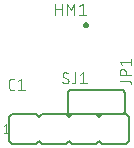
<source format=gbr>
G04 EAGLE Gerber X2 export*
G75*
%MOMM*%
%FSLAX34Y34*%
%LPD*%
%AMOC8*
5,1,8,0,0,1.08239X$1,22.5*%
G01*
%ADD10C,0.076200*%
%ADD11C,0.250000*%
%ADD12C,0.127000*%
%ADD13C,0.152400*%


D10*
X9458Y50781D02*
X7369Y50781D01*
X7280Y50783D01*
X7192Y50789D01*
X7104Y50798D01*
X7016Y50811D01*
X6929Y50828D01*
X6843Y50848D01*
X6758Y50873D01*
X6673Y50900D01*
X6590Y50932D01*
X6509Y50966D01*
X6429Y51005D01*
X6351Y51046D01*
X6274Y51091D01*
X6200Y51139D01*
X6127Y51190D01*
X6057Y51244D01*
X5990Y51302D01*
X5924Y51362D01*
X5862Y51424D01*
X5802Y51490D01*
X5744Y51557D01*
X5690Y51627D01*
X5639Y51700D01*
X5591Y51774D01*
X5546Y51851D01*
X5505Y51929D01*
X5466Y52009D01*
X5432Y52090D01*
X5400Y52173D01*
X5373Y52258D01*
X5348Y52343D01*
X5328Y52429D01*
X5311Y52516D01*
X5298Y52604D01*
X5289Y52692D01*
X5283Y52780D01*
X5281Y52869D01*
X5281Y58091D01*
X5283Y58182D01*
X5289Y58273D01*
X5299Y58364D01*
X5313Y58454D01*
X5330Y58543D01*
X5352Y58631D01*
X5378Y58719D01*
X5407Y58805D01*
X5440Y58890D01*
X5477Y58973D01*
X5517Y59055D01*
X5561Y59135D01*
X5608Y59213D01*
X5659Y59289D01*
X5712Y59362D01*
X5769Y59433D01*
X5830Y59502D01*
X5893Y59567D01*
X5958Y59630D01*
X6027Y59690D01*
X6098Y59748D01*
X6171Y59801D01*
X6247Y59852D01*
X6325Y59899D01*
X6405Y59943D01*
X6487Y59983D01*
X6570Y60020D01*
X6655Y60053D01*
X6741Y60082D01*
X6829Y60108D01*
X6917Y60130D01*
X7006Y60147D01*
X7096Y60161D01*
X7187Y60171D01*
X7278Y60177D01*
X7369Y60179D01*
X9458Y60179D01*
X12927Y58091D02*
X15537Y60179D01*
X15537Y50781D01*
X12927Y50781D02*
X18148Y50781D01*
D11*
X68750Y105900D02*
X68752Y105970D01*
X68758Y106040D01*
X68768Y106109D01*
X68781Y106178D01*
X68799Y106246D01*
X68820Y106313D01*
X68845Y106378D01*
X68874Y106442D01*
X68906Y106505D01*
X68942Y106565D01*
X68981Y106623D01*
X69023Y106679D01*
X69068Y106733D01*
X69116Y106784D01*
X69167Y106832D01*
X69221Y106877D01*
X69277Y106919D01*
X69335Y106958D01*
X69395Y106994D01*
X69458Y107026D01*
X69522Y107055D01*
X69587Y107080D01*
X69654Y107101D01*
X69722Y107119D01*
X69791Y107132D01*
X69860Y107142D01*
X69930Y107148D01*
X70000Y107150D01*
X70070Y107148D01*
X70140Y107142D01*
X70209Y107132D01*
X70278Y107119D01*
X70346Y107101D01*
X70413Y107080D01*
X70478Y107055D01*
X70542Y107026D01*
X70605Y106994D01*
X70665Y106958D01*
X70723Y106919D01*
X70779Y106877D01*
X70833Y106832D01*
X70884Y106784D01*
X70932Y106733D01*
X70977Y106679D01*
X71019Y106623D01*
X71058Y106565D01*
X71094Y106505D01*
X71126Y106442D01*
X71155Y106378D01*
X71180Y106313D01*
X71201Y106246D01*
X71219Y106178D01*
X71232Y106109D01*
X71242Y106040D01*
X71248Y105970D01*
X71250Y105900D01*
X71248Y105830D01*
X71242Y105760D01*
X71232Y105691D01*
X71219Y105622D01*
X71201Y105554D01*
X71180Y105487D01*
X71155Y105422D01*
X71126Y105358D01*
X71094Y105295D01*
X71058Y105235D01*
X71019Y105177D01*
X70977Y105121D01*
X70932Y105067D01*
X70884Y105016D01*
X70833Y104968D01*
X70779Y104923D01*
X70723Y104881D01*
X70665Y104842D01*
X70605Y104806D01*
X70542Y104774D01*
X70478Y104745D01*
X70413Y104720D01*
X70346Y104699D01*
X70278Y104681D01*
X70209Y104668D01*
X70140Y104658D01*
X70070Y104652D01*
X70000Y104650D01*
X69930Y104652D01*
X69860Y104658D01*
X69791Y104668D01*
X69722Y104681D01*
X69654Y104699D01*
X69587Y104720D01*
X69522Y104745D01*
X69458Y104774D01*
X69395Y104806D01*
X69335Y104842D01*
X69277Y104881D01*
X69221Y104923D01*
X69167Y104968D01*
X69116Y105016D01*
X69068Y105067D01*
X69023Y105121D01*
X68981Y105177D01*
X68942Y105235D01*
X68906Y105295D01*
X68874Y105358D01*
X68845Y105422D01*
X68820Y105487D01*
X68799Y105554D01*
X68781Y105622D01*
X68768Y105691D01*
X68758Y105760D01*
X68752Y105830D01*
X68750Y105900D01*
D10*
X44279Y114301D02*
X44279Y123699D01*
X44279Y119522D02*
X49500Y119522D01*
X49500Y123699D02*
X49500Y114301D01*
X54120Y114301D02*
X54120Y123699D01*
X57252Y118478D01*
X60385Y123699D01*
X60385Y114301D01*
X64700Y121611D02*
X67311Y123699D01*
X67311Y114301D01*
X69921Y114301D02*
X64700Y114301D01*
D12*
X5200Y28160D02*
X5200Y7840D01*
X58540Y30700D02*
X78860Y30700D01*
X58540Y30700D02*
X56000Y28160D01*
X58540Y5300D02*
X78860Y5300D01*
X58540Y5300D02*
X56000Y7840D01*
X78860Y5300D02*
X81400Y7840D01*
X81400Y28160D02*
X78860Y30700D01*
X56000Y28160D02*
X53460Y30700D01*
X33140Y30700D01*
X30600Y28160D01*
X28060Y30700D01*
X7740Y30700D02*
X5200Y28160D01*
X7740Y30700D02*
X28060Y30700D01*
X53460Y5300D02*
X56000Y7840D01*
X33140Y5300D02*
X30600Y7840D01*
X28060Y5300D01*
X7740Y5300D02*
X5200Y7840D01*
X33140Y5300D02*
X53460Y5300D01*
X28060Y5300D02*
X7740Y5300D01*
X106800Y7840D02*
X106800Y28160D01*
X104260Y30700D01*
X106800Y7840D02*
X104260Y5300D01*
X83940Y5300D02*
X81400Y7840D01*
X81400Y28160D02*
X83940Y30700D01*
X104260Y30700D01*
X104260Y5300D02*
X83940Y5300D01*
D10*
X2547Y21937D02*
X501Y20300D01*
X2547Y21937D02*
X2547Y14571D01*
X501Y14571D02*
X4593Y14571D01*
X98711Y58714D02*
X106021Y58714D01*
X106021Y58713D02*
X106110Y58711D01*
X106198Y58705D01*
X106286Y58696D01*
X106374Y58683D01*
X106461Y58666D01*
X106547Y58646D01*
X106632Y58621D01*
X106717Y58594D01*
X106800Y58562D01*
X106881Y58528D01*
X106961Y58489D01*
X107039Y58448D01*
X107116Y58403D01*
X107190Y58355D01*
X107263Y58304D01*
X107333Y58250D01*
X107400Y58192D01*
X107466Y58132D01*
X107528Y58070D01*
X107588Y58004D01*
X107646Y57937D01*
X107700Y57867D01*
X107751Y57794D01*
X107799Y57720D01*
X107844Y57643D01*
X107885Y57565D01*
X107924Y57485D01*
X107958Y57404D01*
X107990Y57321D01*
X108017Y57236D01*
X108042Y57151D01*
X108062Y57065D01*
X108079Y56978D01*
X108092Y56890D01*
X108101Y56802D01*
X108107Y56714D01*
X108109Y56625D01*
X108109Y55581D01*
X108109Y63341D02*
X98711Y63341D01*
X98711Y65952D01*
X98713Y66053D01*
X98719Y66154D01*
X98729Y66255D01*
X98742Y66355D01*
X98760Y66455D01*
X98781Y66554D01*
X98807Y66652D01*
X98836Y66749D01*
X98868Y66845D01*
X98905Y66939D01*
X98945Y67032D01*
X98989Y67124D01*
X99036Y67213D01*
X99087Y67301D01*
X99141Y67387D01*
X99198Y67470D01*
X99258Y67552D01*
X99322Y67630D01*
X99388Y67707D01*
X99458Y67780D01*
X99530Y67851D01*
X99605Y67919D01*
X99683Y67984D01*
X99763Y68046D01*
X99845Y68105D01*
X99930Y68161D01*
X100017Y68213D01*
X100105Y68262D01*
X100196Y68308D01*
X100288Y68349D01*
X100382Y68388D01*
X100477Y68422D01*
X100573Y68453D01*
X100671Y68480D01*
X100769Y68504D01*
X100869Y68523D01*
X100969Y68539D01*
X101069Y68551D01*
X101170Y68559D01*
X101271Y68563D01*
X101373Y68563D01*
X101474Y68559D01*
X101575Y68551D01*
X101675Y68539D01*
X101775Y68523D01*
X101875Y68504D01*
X101973Y68480D01*
X102071Y68453D01*
X102167Y68422D01*
X102262Y68388D01*
X102356Y68349D01*
X102448Y68308D01*
X102539Y68262D01*
X102628Y68213D01*
X102714Y68161D01*
X102799Y68105D01*
X102881Y68046D01*
X102961Y67984D01*
X103039Y67919D01*
X103114Y67851D01*
X103186Y67780D01*
X103256Y67707D01*
X103322Y67630D01*
X103386Y67552D01*
X103446Y67470D01*
X103503Y67387D01*
X103557Y67301D01*
X103608Y67213D01*
X103655Y67124D01*
X103699Y67032D01*
X103739Y66939D01*
X103776Y66845D01*
X103808Y66749D01*
X103837Y66652D01*
X103863Y66554D01*
X103884Y66455D01*
X103902Y66355D01*
X103915Y66255D01*
X103925Y66154D01*
X103931Y66053D01*
X103933Y65952D01*
X103932Y65952D02*
X103932Y63341D01*
X100799Y72049D02*
X98711Y74660D01*
X108109Y74660D01*
X108109Y77270D02*
X108109Y72049D01*
D13*
X100490Y50960D02*
X57310Y50960D01*
X54770Y33180D02*
X54772Y33080D01*
X54778Y32981D01*
X54788Y32881D01*
X54801Y32783D01*
X54819Y32684D01*
X54840Y32587D01*
X54865Y32491D01*
X54894Y32395D01*
X54927Y32301D01*
X54963Y32208D01*
X55003Y32117D01*
X55047Y32027D01*
X55094Y31939D01*
X55144Y31853D01*
X55198Y31769D01*
X55255Y31687D01*
X55315Y31608D01*
X55379Y31530D01*
X55445Y31456D01*
X55514Y31384D01*
X55586Y31315D01*
X55660Y31249D01*
X55738Y31185D01*
X55817Y31125D01*
X55899Y31068D01*
X55983Y31014D01*
X56069Y30964D01*
X56157Y30917D01*
X56247Y30873D01*
X56338Y30833D01*
X56431Y30797D01*
X56525Y30764D01*
X56621Y30735D01*
X56717Y30710D01*
X56814Y30689D01*
X56913Y30671D01*
X57011Y30658D01*
X57111Y30648D01*
X57210Y30642D01*
X57310Y30640D01*
X100490Y30640D02*
X100590Y30642D01*
X100689Y30648D01*
X100789Y30658D01*
X100887Y30671D01*
X100986Y30689D01*
X101083Y30710D01*
X101179Y30735D01*
X101275Y30764D01*
X101369Y30797D01*
X101462Y30833D01*
X101553Y30873D01*
X101643Y30917D01*
X101731Y30964D01*
X101817Y31014D01*
X101901Y31068D01*
X101983Y31125D01*
X102062Y31185D01*
X102140Y31249D01*
X102214Y31315D01*
X102286Y31384D01*
X102355Y31456D01*
X102421Y31530D01*
X102485Y31608D01*
X102545Y31687D01*
X102602Y31769D01*
X102656Y31853D01*
X102706Y31939D01*
X102753Y32027D01*
X102797Y32117D01*
X102837Y32208D01*
X102873Y32301D01*
X102906Y32395D01*
X102935Y32491D01*
X102960Y32587D01*
X102981Y32684D01*
X102999Y32783D01*
X103012Y32881D01*
X103022Y32981D01*
X103028Y33080D01*
X103030Y33180D01*
X103030Y48420D02*
X103028Y48520D01*
X103022Y48619D01*
X103012Y48719D01*
X102999Y48817D01*
X102981Y48916D01*
X102960Y49013D01*
X102935Y49109D01*
X102906Y49205D01*
X102873Y49299D01*
X102837Y49392D01*
X102797Y49483D01*
X102753Y49573D01*
X102706Y49661D01*
X102656Y49747D01*
X102602Y49831D01*
X102545Y49913D01*
X102485Y49992D01*
X102421Y50070D01*
X102355Y50144D01*
X102286Y50216D01*
X102214Y50285D01*
X102140Y50351D01*
X102062Y50415D01*
X101983Y50475D01*
X101901Y50532D01*
X101817Y50586D01*
X101731Y50636D01*
X101643Y50683D01*
X101553Y50727D01*
X101462Y50767D01*
X101369Y50803D01*
X101275Y50836D01*
X101179Y50865D01*
X101083Y50890D01*
X100986Y50911D01*
X100887Y50929D01*
X100789Y50942D01*
X100689Y50952D01*
X100590Y50958D01*
X100490Y50960D01*
X57310Y50960D02*
X57210Y50958D01*
X57111Y50952D01*
X57011Y50942D01*
X56913Y50929D01*
X56814Y50911D01*
X56717Y50890D01*
X56621Y50865D01*
X56525Y50836D01*
X56431Y50803D01*
X56338Y50767D01*
X56247Y50727D01*
X56157Y50683D01*
X56069Y50636D01*
X55983Y50586D01*
X55899Y50532D01*
X55817Y50475D01*
X55738Y50415D01*
X55660Y50351D01*
X55586Y50285D01*
X55514Y50216D01*
X55445Y50144D01*
X55379Y50070D01*
X55315Y49992D01*
X55255Y49913D01*
X55198Y49831D01*
X55144Y49747D01*
X55094Y49661D01*
X55047Y49573D01*
X55003Y49483D01*
X54963Y49392D01*
X54927Y49299D01*
X54894Y49205D01*
X54865Y49109D01*
X54840Y49013D01*
X54819Y48916D01*
X54801Y48817D01*
X54788Y48719D01*
X54778Y48619D01*
X54772Y48520D01*
X54770Y48420D01*
X54770Y33180D01*
X103030Y33180D02*
X103030Y48420D01*
X100490Y30640D02*
X57310Y30640D01*
D10*
X53321Y56321D02*
X53410Y56323D01*
X53498Y56329D01*
X53586Y56338D01*
X53674Y56351D01*
X53761Y56368D01*
X53847Y56388D01*
X53932Y56413D01*
X54017Y56440D01*
X54100Y56472D01*
X54181Y56506D01*
X54261Y56545D01*
X54339Y56586D01*
X54416Y56631D01*
X54490Y56679D01*
X54563Y56730D01*
X54633Y56784D01*
X54700Y56842D01*
X54766Y56902D01*
X54828Y56964D01*
X54888Y57030D01*
X54946Y57097D01*
X55000Y57167D01*
X55051Y57240D01*
X55099Y57314D01*
X55144Y57391D01*
X55185Y57469D01*
X55224Y57549D01*
X55258Y57630D01*
X55290Y57713D01*
X55317Y57798D01*
X55342Y57883D01*
X55362Y57969D01*
X55379Y58056D01*
X55392Y58144D01*
X55401Y58232D01*
X55407Y58320D01*
X55409Y58409D01*
X53321Y56321D02*
X53192Y56323D01*
X53063Y56329D01*
X52934Y56338D01*
X52806Y56351D01*
X52678Y56368D01*
X52551Y56389D01*
X52424Y56413D01*
X52298Y56441D01*
X52173Y56473D01*
X52049Y56508D01*
X51926Y56547D01*
X51804Y56590D01*
X51684Y56636D01*
X51565Y56686D01*
X51447Y56739D01*
X51331Y56795D01*
X51217Y56855D01*
X51104Y56918D01*
X50994Y56985D01*
X50885Y57054D01*
X50779Y57127D01*
X50674Y57203D01*
X50572Y57282D01*
X50473Y57364D01*
X50375Y57448D01*
X50280Y57536D01*
X50188Y57626D01*
X50449Y63631D02*
X50451Y63720D01*
X50457Y63808D01*
X50466Y63896D01*
X50479Y63984D01*
X50496Y64071D01*
X50516Y64157D01*
X50541Y64242D01*
X50568Y64327D01*
X50600Y64410D01*
X50634Y64491D01*
X50673Y64571D01*
X50714Y64649D01*
X50759Y64726D01*
X50807Y64800D01*
X50858Y64873D01*
X50912Y64943D01*
X50970Y65010D01*
X51030Y65076D01*
X51092Y65138D01*
X51158Y65198D01*
X51225Y65256D01*
X51295Y65310D01*
X51368Y65361D01*
X51442Y65409D01*
X51519Y65454D01*
X51597Y65495D01*
X51677Y65534D01*
X51758Y65568D01*
X51841Y65600D01*
X51926Y65627D01*
X52011Y65652D01*
X52097Y65672D01*
X52184Y65689D01*
X52272Y65702D01*
X52360Y65711D01*
X52448Y65717D01*
X52537Y65719D01*
X52657Y65717D01*
X52777Y65712D01*
X52897Y65702D01*
X53016Y65690D01*
X53135Y65673D01*
X53253Y65653D01*
X53371Y65629D01*
X53487Y65602D01*
X53603Y65571D01*
X53718Y65537D01*
X53832Y65499D01*
X53945Y65457D01*
X54056Y65412D01*
X54166Y65364D01*
X54274Y65313D01*
X54381Y65258D01*
X54486Y65200D01*
X54589Y65138D01*
X54690Y65074D01*
X54790Y65006D01*
X54887Y64936D01*
X51493Y61804D02*
X51415Y61852D01*
X51339Y61904D01*
X51266Y61958D01*
X51195Y62016D01*
X51126Y62077D01*
X51060Y62141D01*
X50997Y62208D01*
X50937Y62277D01*
X50880Y62349D01*
X50826Y62423D01*
X50776Y62500D01*
X50728Y62579D01*
X50685Y62659D01*
X50644Y62742D01*
X50608Y62826D01*
X50575Y62911D01*
X50546Y62998D01*
X50520Y63087D01*
X50498Y63176D01*
X50481Y63266D01*
X50467Y63356D01*
X50457Y63448D01*
X50451Y63539D01*
X50449Y63631D01*
X54365Y60236D02*
X54443Y60188D01*
X54519Y60136D01*
X54592Y60082D01*
X54663Y60024D01*
X54732Y59963D01*
X54798Y59899D01*
X54861Y59832D01*
X54921Y59763D01*
X54978Y59691D01*
X55032Y59617D01*
X55082Y59540D01*
X55130Y59461D01*
X55173Y59381D01*
X55214Y59298D01*
X55250Y59214D01*
X55283Y59129D01*
X55312Y59042D01*
X55338Y58953D01*
X55360Y58864D01*
X55377Y58774D01*
X55391Y58684D01*
X55401Y58592D01*
X55407Y58501D01*
X55409Y58409D01*
X54365Y60237D02*
X51493Y61803D01*
X61236Y58409D02*
X61236Y65719D01*
X61236Y58409D02*
X61234Y58320D01*
X61228Y58232D01*
X61219Y58144D01*
X61206Y58056D01*
X61189Y57969D01*
X61169Y57883D01*
X61144Y57798D01*
X61117Y57713D01*
X61085Y57630D01*
X61051Y57549D01*
X61012Y57469D01*
X60971Y57391D01*
X60926Y57314D01*
X60878Y57240D01*
X60827Y57167D01*
X60773Y57097D01*
X60715Y57030D01*
X60655Y56964D01*
X60593Y56902D01*
X60527Y56842D01*
X60460Y56784D01*
X60390Y56730D01*
X60317Y56679D01*
X60243Y56631D01*
X60166Y56586D01*
X60088Y56545D01*
X60008Y56506D01*
X59927Y56472D01*
X59844Y56440D01*
X59759Y56413D01*
X59674Y56388D01*
X59588Y56368D01*
X59501Y56351D01*
X59413Y56338D01*
X59325Y56329D01*
X59237Y56323D01*
X59148Y56321D01*
X58104Y56321D01*
X65428Y63631D02*
X68038Y65719D01*
X68038Y56321D01*
X65428Y56321D02*
X70649Y56321D01*
M02*

</source>
